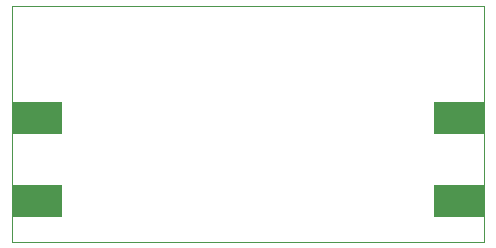
<source format=gbp>
G75*
%MOIN*%
%OFA0B0*%
%FSLAX24Y24*%
%IPPOS*%
%LPD*%
%AMOC8*
5,1,8,0,0,1.08239X$1,22.5*
%
%ADD10C,0.0000*%
%ADD11R,0.1650X0.1050*%
D10*
X005775Y000139D02*
X005775Y008013D01*
X021523Y008013D01*
X021523Y000139D01*
X005775Y000139D01*
X005775Y000695D02*
X005775Y005095D01*
X021523Y005095D02*
X021523Y000695D01*
D11*
X020690Y001519D03*
X020690Y004271D03*
X006608Y004271D03*
X006608Y001519D03*
M02*

</source>
